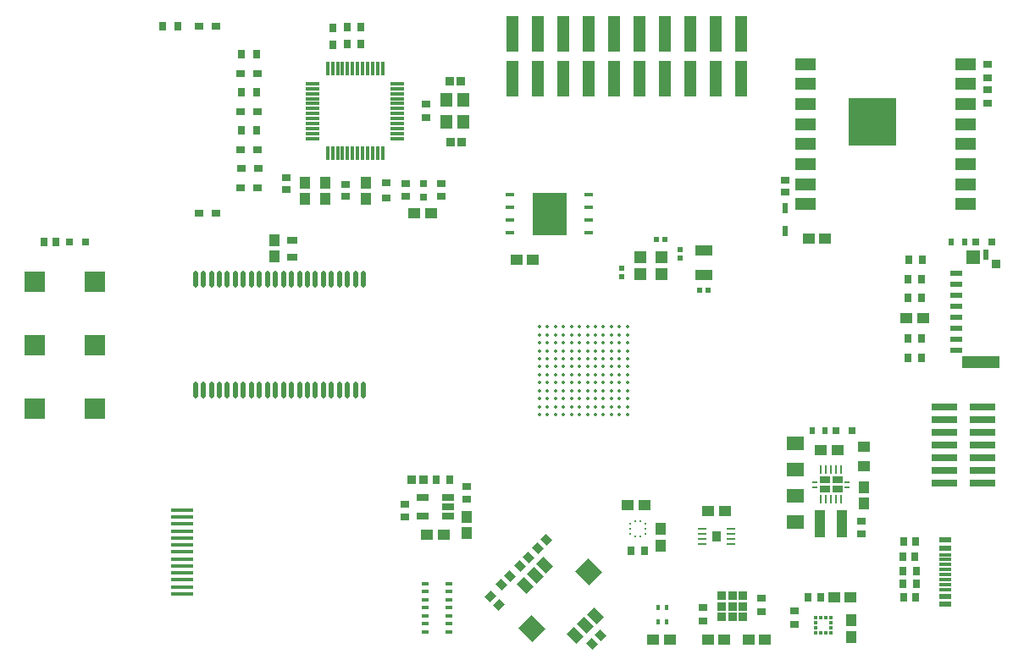
<source format=gtp>
G04*
G04 #@! TF.GenerationSoftware,Altium Limited,Altium Designer,24.0.1 (36)*
G04*
G04 Layer_Color=8421504*
%FSLAX44Y44*%
%MOMM*%
G71*
G04*
G04 #@! TF.SameCoordinates,043D453D-7082-4CC0-88CE-E1747F565096*
G04*
G04*
G04 #@! TF.FilePolarity,Positive*
G04*
G01*
G75*
%ADD20R,0.3130X0.3350*%
%ADD21R,0.3350X0.3130*%
%ADD22R,0.3350X0.3130*%
%ADD23R,1.0500X0.6800*%
%ADD24R,0.5000X0.2600*%
%ADD25R,0.8518X1.0518*%
%ADD26R,0.6587X0.8121*%
%ADD27R,0.7500X0.8500*%
%ADD28R,2.1000X2.0000*%
%ADD29R,1.2500X0.6000*%
%ADD30R,1.4000X1.4500*%
%ADD31R,0.6000X1.0000*%
%ADD32R,0.8500X0.9500*%
%ADD33R,3.7900X1.2000*%
%ADD34R,0.9000X0.8500*%
%ADD35R,0.3000X0.5000*%
%ADD36R,0.7500X0.3500*%
%ADD37R,0.2750X0.2500*%
%ADD38R,0.2500X0.2750*%
%ADD39R,1.2500X0.6500*%
%ADD40C,0.3500*%
G04:AMPARAMS|DCode=41|XSize=0.23mm|YSize=0.8mm|CornerRadius=0.0254mm|HoleSize=0mm|Usage=FLASHONLY|Rotation=180.000|XOffset=0mm|YOffset=0mm|HoleType=Round|Shape=RoundedRectangle|*
%AMROUNDEDRECTD41*
21,1,0.2300,0.7492,0,0,180.0*
21,1,0.1792,0.8000,0,0,180.0*
1,1,0.0508,-0.0896,0.3746*
1,1,0.0508,0.0896,0.3746*
1,1,0.0508,0.0896,-0.3746*
1,1,0.0508,-0.0896,-0.3746*
%
%ADD41ROUNDEDRECTD41*%
%ADD42R,4.8000X4.8000*%
%ADD43R,2.0000X1.2000*%
%ADD44R,0.8611X0.2393*%
G04:AMPARAMS|DCode=45|XSize=0.8611mm|YSize=0.2393mm|CornerRadius=0.1196mm|HoleSize=0mm|Usage=FLASHONLY|Rotation=0.000|XOffset=0mm|YOffset=0mm|HoleType=Round|Shape=RoundedRectangle|*
%AMROUNDEDRECTD45*
21,1,0.8611,0.0000,0,0,0.0*
21,1,0.6218,0.2393,0,0,0.0*
1,1,0.2393,0.3109,0.0000*
1,1,0.2393,-0.3109,0.0000*
1,1,0.2393,-0.3109,0.0000*
1,1,0.2393,0.3109,0.0000*
%
%ADD45ROUNDEDRECTD45*%
%ADD46R,0.9500X0.4500*%
%ADD47R,3.4500X4.3500*%
%ADD48O,0.5500X1.6500*%
%ADD49R,1.3000X1.2000*%
%ADD50R,1.8000X1.0000*%
%ADD51R,1.2000X1.4000*%
%ADD52R,1.4750X0.3000*%
%ADD53R,0.3000X1.4750*%
%ADD54R,0.5000X1.1000*%
%ADD55R,1.1581X1.0121*%
%ADD56R,1.0121X1.1581*%
%ADD57R,0.8121X0.7581*%
%ADD58R,0.7581X0.8121*%
%ADD59R,0.8065X0.8682*%
%ADD60R,0.6153X0.5725*%
%ADD61R,0.5725X0.6153*%
%ADD62R,1.8000X1.4000*%
%ADD63R,0.8000X0.9000*%
%ADD64R,0.9311X0.8121*%
%ADD65R,0.9000X0.7500*%
%ADD66R,0.9000X0.8000*%
%ADD67R,1.0500X0.6500*%
%ADD68R,2.5000X0.7500*%
%ADD69R,0.8000X0.8000*%
%ADD70R,0.7000X0.6500*%
G04:AMPARAMS|DCode=71|XSize=1.35mm|YSize=1mm|CornerRadius=0mm|HoleSize=0mm|Usage=FLASHONLY|Rotation=315.000|XOffset=0mm|YOffset=0mm|HoleType=Round|Shape=Rectangle|*
%AMROTATEDRECTD71*
4,1,4,-0.8309,0.1237,-0.1237,0.8309,0.8309,-0.1237,0.1237,-0.8309,-0.8309,0.1237,0.0*
%
%ADD71ROTATEDRECTD71*%

G04:AMPARAMS|DCode=72|XSize=2mm|YSize=1.8mm|CornerRadius=0mm|HoleSize=0mm|Usage=FLASHONLY|Rotation=315.000|XOffset=0mm|YOffset=0mm|HoleType=Round|Shape=Rectangle|*
%AMROTATEDRECTD72*
4,1,4,-1.3435,0.0707,-0.0707,1.3435,1.3435,-0.0707,0.0707,-1.3435,-1.3435,0.0707,0.0*
%
%ADD72ROTATEDRECTD72*%

%ADD73R,1.1500X0.6000*%
%ADD74R,1.1500X0.3000*%
%ADD75R,1.2700X3.6800*%
%ADD76R,1.0000X2.7000*%
%ADD77R,2.3000X0.3500*%
%ADD78R,0.8121X0.6587*%
G04:AMPARAMS|DCode=79|XSize=0.85mm|YSize=0.75mm|CornerRadius=0mm|HoleSize=0mm|Usage=FLASHONLY|Rotation=315.000|XOffset=0mm|YOffset=0mm|HoleType=Round|Shape=Rectangle|*
%AMROTATEDRECTD79*
4,1,4,-0.5657,0.0354,-0.0354,0.5657,0.5657,-0.0354,0.0354,-0.5657,-0.5657,0.0354,0.0*
%
%ADD79ROTATEDRECTD79*%

G04:AMPARAMS|DCode=80|XSize=0.85mm|YSize=0.75mm|CornerRadius=0mm|HoleSize=0mm|Usage=FLASHONLY|Rotation=45.000|XOffset=0mm|YOffset=0mm|HoleType=Round|Shape=Rectangle|*
%AMROTATEDRECTD80*
4,1,4,-0.0354,-0.5657,-0.5657,-0.0354,0.0354,0.5657,0.5657,0.0354,-0.0354,-0.5657,0.0*
%
%ADD80ROTATEDRECTD80*%

%ADD81R,0.6000X0.8000*%
%ADD82R,1.2000X1.0000*%
%ADD83R,0.9000X0.8000*%
%ADD84R,0.8000X0.9000*%
%ADD85R,0.8500X0.7500*%
D20*
X890270Y173990D02*
D03*
X885270D02*
D03*
X890270Y189240D02*
D03*
X885270D02*
D03*
D21*
X895395Y179115D02*
D03*
Y184115D02*
D03*
X880145Y179115D02*
D03*
Y184115D02*
D03*
D22*
X895395Y174115D02*
D03*
X880145D02*
D03*
X895395Y189115D02*
D03*
X880145D02*
D03*
D23*
X901700Y318080D02*
D03*
Y327080D02*
D03*
X889000D02*
D03*
Y318080D02*
D03*
D24*
X911650Y320080D02*
D03*
Y325080D02*
D03*
X879050D02*
D03*
Y320080D02*
D03*
D25*
X780765Y270630D02*
D03*
D26*
X972403Y468630D02*
D03*
X985937D02*
D03*
X972403Y449580D02*
D03*
X985937D02*
D03*
X708660Y256540D02*
D03*
X695126D02*
D03*
X500598Y327025D02*
D03*
X514132D02*
D03*
X973256Y547370D02*
D03*
X986790D02*
D03*
X972403Y528320D02*
D03*
X985937D02*
D03*
Y509270D02*
D03*
X972403D02*
D03*
D27*
X979170Y250190D02*
D03*
X967170D02*
D03*
X979740Y209550D02*
D03*
X967740D02*
D03*
X980590Y236220D02*
D03*
X967590D02*
D03*
X980590Y223520D02*
D03*
X967590D02*
D03*
X979740Y265430D02*
D03*
X967740D02*
D03*
X108650Y565150D02*
D03*
X120650D02*
D03*
D28*
X99540Y462280D02*
D03*
X159540D02*
D03*
X99540Y525780D02*
D03*
X159540D02*
D03*
X99540Y398780D02*
D03*
X159540D02*
D03*
D29*
X1020508Y533921D02*
D03*
Y522923D02*
D03*
Y511922D02*
D03*
Y500922D02*
D03*
Y489921D02*
D03*
Y478923D02*
D03*
Y467922D02*
D03*
Y456921D02*
D03*
D30*
X1037759Y550170D02*
D03*
D31*
X1050259Y552420D02*
D03*
D32*
X1060010Y543169D02*
D03*
D33*
X1045308Y445420D02*
D03*
D34*
X796630Y200660D02*
D03*
Y211160D02*
D03*
X807130D02*
D03*
Y200660D02*
D03*
Y190160D02*
D03*
X796630D02*
D03*
X786130D02*
D03*
Y200660D02*
D03*
Y211160D02*
D03*
D35*
X730630Y199390D02*
D03*
X722630D02*
D03*
Y185390D02*
D03*
X730630D02*
D03*
D36*
X513650Y175390D02*
D03*
Y183390D02*
D03*
Y191390D02*
D03*
Y199390D02*
D03*
Y207390D02*
D03*
Y215390D02*
D03*
Y223390D02*
D03*
X489650D02*
D03*
Y215390D02*
D03*
Y207390D02*
D03*
Y199390D02*
D03*
Y191390D02*
D03*
Y183390D02*
D03*
Y175390D02*
D03*
D37*
X709930Y283130D02*
D03*
Y278130D02*
D03*
Y273130D02*
D03*
X694690D02*
D03*
Y278130D02*
D03*
Y283130D02*
D03*
D38*
X704810Y270500D02*
D03*
X699810D02*
D03*
Y285760D02*
D03*
X704810D02*
D03*
D39*
X512445Y290955D02*
D03*
Y300355D02*
D03*
Y309755D02*
D03*
X487445D02*
D03*
Y290955D02*
D03*
D40*
X603890Y392440D02*
D03*
Y400440D02*
D03*
Y408440D02*
D03*
Y416440D02*
D03*
Y424440D02*
D03*
Y432440D02*
D03*
Y440440D02*
D03*
Y448440D02*
D03*
Y456440D02*
D03*
Y464440D02*
D03*
Y472440D02*
D03*
Y480440D02*
D03*
X611890Y392440D02*
D03*
Y400440D02*
D03*
Y408440D02*
D03*
Y416440D02*
D03*
Y424440D02*
D03*
Y432440D02*
D03*
Y440440D02*
D03*
Y448440D02*
D03*
Y456440D02*
D03*
Y464440D02*
D03*
Y472440D02*
D03*
Y480440D02*
D03*
X619890Y392440D02*
D03*
Y400440D02*
D03*
Y408440D02*
D03*
Y416440D02*
D03*
Y424440D02*
D03*
Y432440D02*
D03*
Y440440D02*
D03*
Y448440D02*
D03*
Y456440D02*
D03*
Y464440D02*
D03*
Y472440D02*
D03*
Y480440D02*
D03*
X627890Y392440D02*
D03*
Y400440D02*
D03*
Y408440D02*
D03*
Y416440D02*
D03*
Y424440D02*
D03*
Y432440D02*
D03*
Y440440D02*
D03*
Y448440D02*
D03*
Y456440D02*
D03*
Y464440D02*
D03*
Y472440D02*
D03*
Y480440D02*
D03*
X635890Y392440D02*
D03*
Y400440D02*
D03*
Y408440D02*
D03*
Y416440D02*
D03*
Y424440D02*
D03*
Y432440D02*
D03*
Y440440D02*
D03*
Y448440D02*
D03*
Y456440D02*
D03*
Y464440D02*
D03*
Y472440D02*
D03*
Y480440D02*
D03*
X643890Y392440D02*
D03*
Y400440D02*
D03*
Y408440D02*
D03*
Y416440D02*
D03*
Y424440D02*
D03*
Y432440D02*
D03*
Y440440D02*
D03*
Y448440D02*
D03*
Y456440D02*
D03*
Y464440D02*
D03*
Y472440D02*
D03*
Y480440D02*
D03*
X651890Y392440D02*
D03*
Y400440D02*
D03*
Y408440D02*
D03*
Y416440D02*
D03*
Y424440D02*
D03*
Y432440D02*
D03*
Y440440D02*
D03*
Y448440D02*
D03*
Y456440D02*
D03*
Y464440D02*
D03*
Y472440D02*
D03*
Y480440D02*
D03*
X659890Y392440D02*
D03*
Y400440D02*
D03*
Y408440D02*
D03*
Y416440D02*
D03*
Y424440D02*
D03*
Y432440D02*
D03*
Y440440D02*
D03*
Y448440D02*
D03*
Y456440D02*
D03*
Y464440D02*
D03*
Y472440D02*
D03*
Y480440D02*
D03*
X667890Y392440D02*
D03*
Y400440D02*
D03*
Y408440D02*
D03*
Y416440D02*
D03*
Y424440D02*
D03*
Y432440D02*
D03*
Y440440D02*
D03*
Y448440D02*
D03*
Y456440D02*
D03*
Y464440D02*
D03*
Y472440D02*
D03*
Y480440D02*
D03*
X675890Y392440D02*
D03*
Y400440D02*
D03*
Y408440D02*
D03*
Y416440D02*
D03*
Y424440D02*
D03*
Y432440D02*
D03*
Y440440D02*
D03*
Y448440D02*
D03*
Y456440D02*
D03*
Y464440D02*
D03*
Y472440D02*
D03*
Y480440D02*
D03*
X683890Y392440D02*
D03*
Y400440D02*
D03*
Y408440D02*
D03*
Y416440D02*
D03*
Y424440D02*
D03*
Y432440D02*
D03*
Y440440D02*
D03*
Y448440D02*
D03*
Y456440D02*
D03*
Y464440D02*
D03*
Y472440D02*
D03*
Y480440D02*
D03*
X691890Y392440D02*
D03*
Y400440D02*
D03*
Y408440D02*
D03*
Y416440D02*
D03*
Y424440D02*
D03*
Y432440D02*
D03*
Y440440D02*
D03*
Y448440D02*
D03*
Y456440D02*
D03*
Y464440D02*
D03*
Y472440D02*
D03*
Y480440D02*
D03*
D41*
X885350Y337330D02*
D03*
X890350D02*
D03*
X895350D02*
D03*
X900350D02*
D03*
X905350D02*
D03*
Y307830D02*
D03*
X900350D02*
D03*
X895350D02*
D03*
X890350D02*
D03*
X885350D02*
D03*
D42*
X936449Y685750D02*
D03*
D43*
X1029948Y743250D02*
D03*
Y723250D02*
D03*
Y703250D02*
D03*
Y683250D02*
D03*
Y663250D02*
D03*
Y643250D02*
D03*
Y623250D02*
D03*
Y603250D02*
D03*
X869950D02*
D03*
Y623250D02*
D03*
Y643250D02*
D03*
Y663250D02*
D03*
Y683250D02*
D03*
Y703250D02*
D03*
Y723250D02*
D03*
Y743250D02*
D03*
D44*
X766509Y278130D02*
D03*
D45*
Y273130D02*
D03*
Y268130D02*
D03*
Y263130D02*
D03*
X795020D02*
D03*
Y268130D02*
D03*
Y273130D02*
D03*
Y278130D02*
D03*
D46*
X652726Y574520D02*
D03*
Y587220D02*
D03*
Y599920D02*
D03*
Y612620D02*
D03*
X574726D02*
D03*
Y599920D02*
D03*
Y587220D02*
D03*
Y574520D02*
D03*
D47*
X613726Y593570D02*
D03*
D48*
X259980Y416820D02*
D03*
X267980D02*
D03*
X275980D02*
D03*
X283980D02*
D03*
X291980D02*
D03*
X299980D02*
D03*
X307980D02*
D03*
X315980D02*
D03*
X323980D02*
D03*
X331980D02*
D03*
X339980D02*
D03*
X347980D02*
D03*
X355980D02*
D03*
X363980D02*
D03*
X371980D02*
D03*
X379980D02*
D03*
X387980D02*
D03*
X395980D02*
D03*
X403980D02*
D03*
X411980D02*
D03*
X419980D02*
D03*
X427980D02*
D03*
X259980Y528320D02*
D03*
X267980D02*
D03*
X275980D02*
D03*
X283980D02*
D03*
X291980D02*
D03*
X299980D02*
D03*
X307980D02*
D03*
X315980D02*
D03*
X323980D02*
D03*
X331980D02*
D03*
X339980D02*
D03*
X347980D02*
D03*
X355980D02*
D03*
X363980D02*
D03*
X371980D02*
D03*
X379980D02*
D03*
X387980D02*
D03*
X395980D02*
D03*
X403980D02*
D03*
X411980D02*
D03*
X419980D02*
D03*
X427980D02*
D03*
D49*
X704850Y532910D02*
D03*
X725850D02*
D03*
Y549910D02*
D03*
X704850D02*
D03*
D50*
X768350Y532130D02*
D03*
Y557130D02*
D03*
D51*
X527540Y685390D02*
D03*
Y707390D02*
D03*
X510540D02*
D03*
Y685390D02*
D03*
D52*
X377190Y723740D02*
D03*
Y718740D02*
D03*
Y713740D02*
D03*
Y708740D02*
D03*
Y703740D02*
D03*
Y698740D02*
D03*
Y693740D02*
D03*
Y688740D02*
D03*
Y683740D02*
D03*
Y678740D02*
D03*
Y673740D02*
D03*
Y668740D02*
D03*
X461950D02*
D03*
Y673740D02*
D03*
Y678740D02*
D03*
Y683740D02*
D03*
Y688740D02*
D03*
Y693740D02*
D03*
Y698740D02*
D03*
Y703740D02*
D03*
Y708740D02*
D03*
Y713740D02*
D03*
Y718740D02*
D03*
Y723740D02*
D03*
D53*
X392070Y653860D02*
D03*
X397070D02*
D03*
X402070D02*
D03*
X407070D02*
D03*
X412070D02*
D03*
X417070D02*
D03*
X422070D02*
D03*
X427070D02*
D03*
X432070D02*
D03*
X437070D02*
D03*
X442070D02*
D03*
X447070D02*
D03*
Y738620D02*
D03*
X442070D02*
D03*
X437070D02*
D03*
X432070D02*
D03*
X427070D02*
D03*
X422070D02*
D03*
X417070D02*
D03*
X412070D02*
D03*
X407070D02*
D03*
X402070D02*
D03*
X397070D02*
D03*
X392070D02*
D03*
D54*
X849630Y576440D02*
D03*
Y599440D02*
D03*
D55*
X717520Y167640D02*
D03*
X734060D02*
D03*
X788670D02*
D03*
X772130D02*
D03*
X829310D02*
D03*
X812770D02*
D03*
X692120Y302260D02*
D03*
X708660D02*
D03*
X898510Y209550D02*
D03*
X915050D02*
D03*
X508015Y272415D02*
D03*
X491475D02*
D03*
X901700Y356870D02*
D03*
X885160D02*
D03*
X495300Y594360D02*
D03*
X478760D02*
D03*
X873110Y568960D02*
D03*
X889650D02*
D03*
X987440Y488950D02*
D03*
X970900D02*
D03*
X789320Y295910D02*
D03*
X772780D02*
D03*
X580751Y547429D02*
D03*
X597291D02*
D03*
D56*
X725170Y261590D02*
D03*
Y278130D02*
D03*
X915670Y170180D02*
D03*
Y186720D02*
D03*
X531495Y290195D02*
D03*
Y273655D02*
D03*
X928370Y303500D02*
D03*
Y320040D02*
D03*
X369570Y624840D02*
D03*
Y608300D02*
D03*
X430530Y624840D02*
D03*
Y608300D02*
D03*
X389890Y624840D02*
D03*
Y608300D02*
D03*
X339090Y567070D02*
D03*
Y550530D02*
D03*
D57*
X531495Y307975D02*
D03*
Y320515D02*
D03*
X469265Y302815D02*
D03*
Y290275D02*
D03*
X925830Y285750D02*
D03*
Y273210D02*
D03*
X505460Y623490D02*
D03*
Y610950D02*
D03*
X469900Y623570D02*
D03*
Y611030D02*
D03*
X849630Y614840D02*
D03*
Y627380D02*
D03*
D58*
X872570Y209550D02*
D03*
X885110D02*
D03*
D59*
X488315Y327025D02*
D03*
X475798D02*
D03*
D60*
X721041Y567690D02*
D03*
X729613D02*
D03*
X763589Y516890D02*
D03*
X772160D02*
D03*
D61*
X685800Y538956D02*
D03*
Y530384D02*
D03*
X744617Y558006D02*
D03*
Y549434D02*
D03*
D62*
X859790Y285150D02*
D03*
Y311150D02*
D03*
Y363820D02*
D03*
Y337820D02*
D03*
D63*
X321190Y676910D02*
D03*
X306190D02*
D03*
X242570Y781050D02*
D03*
X227570D02*
D03*
X321070Y753110D02*
D03*
X306070D02*
D03*
X306190Y715010D02*
D03*
X321190D02*
D03*
D64*
X514350Y726440D02*
D03*
X525160D02*
D03*
X526105Y665480D02*
D03*
X515295D02*
D03*
D65*
X410210Y623220D02*
D03*
Y611220D02*
D03*
D66*
X450850Y624720D02*
D03*
Y609720D02*
D03*
D67*
X356870Y567300D02*
D03*
Y550300D02*
D03*
D68*
X1008680Y400050D02*
D03*
X1046680D02*
D03*
X1008680Y387350D02*
D03*
X1046680D02*
D03*
X1008680Y374650D02*
D03*
X1046680D02*
D03*
X1008680Y361950D02*
D03*
X1046680D02*
D03*
X1008680Y349250D02*
D03*
X1046680D02*
D03*
X1008680Y336550D02*
D03*
X1046680D02*
D03*
Y323850D02*
D03*
X1008679D02*
D03*
D69*
X134240Y565150D02*
D03*
X150240D02*
D03*
X900430Y376300D02*
D03*
X916430D02*
D03*
X1039750Y565150D02*
D03*
X1055750D02*
D03*
D70*
X487680Y610470D02*
D03*
Y623970D02*
D03*
D71*
X609433Y242051D02*
D03*
X599356Y231975D02*
D03*
X589280Y221899D02*
D03*
X659991Y191493D02*
D03*
X649914Y181417D02*
D03*
X639838Y171341D02*
D03*
D72*
X653273Y235334D02*
D03*
X595998Y178058D02*
D03*
D73*
X1009310Y266950D02*
D03*
Y202950D02*
D03*
Y258950D02*
D03*
Y210950D02*
D03*
D74*
Y252450D02*
D03*
Y247450D02*
D03*
Y242450D02*
D03*
Y237450D02*
D03*
Y232450D02*
D03*
Y227450D02*
D03*
Y222450D02*
D03*
Y217450D02*
D03*
D75*
X576580Y728980D02*
D03*
X601980D02*
D03*
X627380D02*
D03*
X652780D02*
D03*
X678180D02*
D03*
X703580D02*
D03*
X728980D02*
D03*
X754380D02*
D03*
X779780D02*
D03*
X805180D02*
D03*
X576580Y773380D02*
D03*
X601980D02*
D03*
X627380D02*
D03*
X652780D02*
D03*
X678180D02*
D03*
X703580D02*
D03*
X728980D02*
D03*
X754380D02*
D03*
X779780D02*
D03*
X805180D02*
D03*
D76*
X906350Y283210D02*
D03*
X884350D02*
D03*
D77*
X246704Y220154D02*
D03*
Y241155D02*
D03*
Y297154D02*
D03*
Y213154D02*
D03*
Y234155D02*
D03*
Y227155D02*
D03*
Y248155D02*
D03*
Y255153D02*
D03*
Y262153D02*
D03*
Y269153D02*
D03*
Y276154D02*
D03*
Y290154D02*
D03*
Y283154D02*
D03*
D78*
X767080Y186273D02*
D03*
Y199807D02*
D03*
X825500Y195580D02*
D03*
Y209114D02*
D03*
X858520Y195997D02*
D03*
Y182463D02*
D03*
X490220Y690046D02*
D03*
Y703580D02*
D03*
X1051560Y729416D02*
D03*
Y742950D02*
D03*
Y704433D02*
D03*
Y717967D02*
D03*
D79*
X610870Y267619D02*
D03*
X602385Y259133D02*
D03*
X656590Y163479D02*
D03*
X665075Y171964D02*
D03*
X574040Y230789D02*
D03*
X565555Y222304D02*
D03*
X584200Y240949D02*
D03*
X592685Y249434D02*
D03*
D80*
X554990Y210469D02*
D03*
X563475Y201984D02*
D03*
D81*
X876530Y376300D02*
D03*
X889530D02*
D03*
X1028850Y565150D02*
D03*
X1015850D02*
D03*
D82*
X928370Y360520D02*
D03*
Y340520D02*
D03*
D83*
X305580Y638810D02*
D03*
X322580D02*
D03*
X305190Y657860D02*
D03*
X322190D02*
D03*
Y619760D02*
D03*
X305190D02*
D03*
X263670Y594070D02*
D03*
X280670D02*
D03*
X263670Y781050D02*
D03*
X280670D02*
D03*
X322190Y695960D02*
D03*
X305190D02*
D03*
X322190Y734060D02*
D03*
X305190D02*
D03*
D84*
X397510Y762880D02*
D03*
Y779880D02*
D03*
X411480Y763270D02*
D03*
Y780270D02*
D03*
X425450Y763270D02*
D03*
Y780270D02*
D03*
D85*
X350520Y617570D02*
D03*
Y629570D02*
D03*
M02*

</source>
